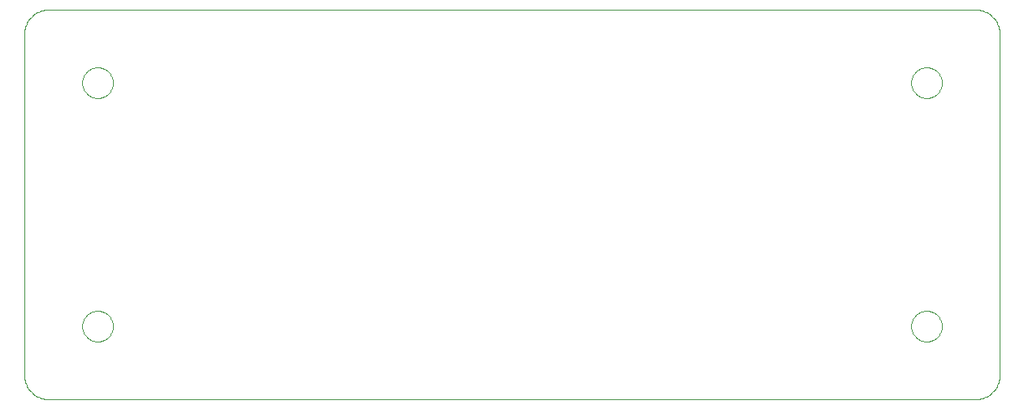
<source format=gko>
G75*
%MOIN*%
%OFA0B0*%
%FSLAX24Y24*%
%IPPOS*%
%LPD*%
%AMOC8*
5,1,8,0,0,1.08239X$1,22.5*
%
%ADD10C,0.0000*%
D10*
X001100Y000100D02*
X039100Y000100D01*
X039160Y000102D01*
X039221Y000107D01*
X039280Y000116D01*
X039339Y000129D01*
X039398Y000145D01*
X039455Y000165D01*
X039510Y000188D01*
X039565Y000215D01*
X039617Y000244D01*
X039668Y000277D01*
X039717Y000313D01*
X039763Y000351D01*
X039807Y000393D01*
X039849Y000437D01*
X039887Y000483D01*
X039923Y000532D01*
X039956Y000583D01*
X039985Y000635D01*
X040012Y000690D01*
X040035Y000745D01*
X040055Y000802D01*
X040071Y000861D01*
X040084Y000920D01*
X040093Y000979D01*
X040098Y001040D01*
X040100Y001100D01*
X040100Y015100D01*
X040098Y015160D01*
X040093Y015221D01*
X040084Y015280D01*
X040071Y015339D01*
X040055Y015398D01*
X040035Y015455D01*
X040012Y015510D01*
X039985Y015565D01*
X039956Y015617D01*
X039923Y015668D01*
X039887Y015717D01*
X039849Y015763D01*
X039807Y015807D01*
X039763Y015849D01*
X039717Y015887D01*
X039668Y015923D01*
X039617Y015956D01*
X039565Y015985D01*
X039510Y016012D01*
X039455Y016035D01*
X039398Y016055D01*
X039339Y016071D01*
X039280Y016084D01*
X039221Y016093D01*
X039160Y016098D01*
X039100Y016100D01*
X001100Y016100D01*
X001040Y016098D01*
X000979Y016093D01*
X000920Y016084D01*
X000861Y016071D01*
X000802Y016055D01*
X000745Y016035D01*
X000690Y016012D01*
X000635Y015985D01*
X000583Y015956D01*
X000532Y015923D01*
X000483Y015887D01*
X000437Y015849D01*
X000393Y015807D01*
X000351Y015763D01*
X000313Y015717D01*
X000277Y015668D01*
X000244Y015617D01*
X000215Y015565D01*
X000188Y015510D01*
X000165Y015455D01*
X000145Y015398D01*
X000129Y015339D01*
X000116Y015280D01*
X000107Y015221D01*
X000102Y015160D01*
X000100Y015100D01*
X000100Y001100D01*
X000102Y001040D01*
X000107Y000979D01*
X000116Y000920D01*
X000129Y000861D01*
X000145Y000802D01*
X000165Y000745D01*
X000188Y000690D01*
X000215Y000635D01*
X000244Y000583D01*
X000277Y000532D01*
X000313Y000483D01*
X000351Y000437D01*
X000393Y000393D01*
X000437Y000351D01*
X000483Y000313D01*
X000532Y000277D01*
X000583Y000244D01*
X000635Y000215D01*
X000690Y000188D01*
X000745Y000165D01*
X000802Y000145D01*
X000861Y000129D01*
X000920Y000116D01*
X000979Y000107D01*
X001040Y000102D01*
X001100Y000100D01*
X002470Y003100D02*
X002472Y003150D01*
X002478Y003200D01*
X002488Y003249D01*
X002502Y003297D01*
X002519Y003344D01*
X002540Y003389D01*
X002565Y003433D01*
X002593Y003474D01*
X002625Y003513D01*
X002659Y003550D01*
X002696Y003584D01*
X002736Y003614D01*
X002778Y003641D01*
X002822Y003665D01*
X002868Y003686D01*
X002915Y003702D01*
X002963Y003715D01*
X003013Y003724D01*
X003062Y003729D01*
X003113Y003730D01*
X003163Y003727D01*
X003212Y003720D01*
X003261Y003709D01*
X003309Y003694D01*
X003355Y003676D01*
X003400Y003654D01*
X003443Y003628D01*
X003484Y003599D01*
X003523Y003567D01*
X003559Y003532D01*
X003591Y003494D01*
X003621Y003454D01*
X003648Y003411D01*
X003671Y003367D01*
X003690Y003321D01*
X003706Y003273D01*
X003718Y003224D01*
X003726Y003175D01*
X003730Y003125D01*
X003730Y003075D01*
X003726Y003025D01*
X003718Y002976D01*
X003706Y002927D01*
X003690Y002879D01*
X003671Y002833D01*
X003648Y002789D01*
X003621Y002746D01*
X003591Y002706D01*
X003559Y002668D01*
X003523Y002633D01*
X003484Y002601D01*
X003443Y002572D01*
X003400Y002546D01*
X003355Y002524D01*
X003309Y002506D01*
X003261Y002491D01*
X003212Y002480D01*
X003163Y002473D01*
X003113Y002470D01*
X003062Y002471D01*
X003013Y002476D01*
X002963Y002485D01*
X002915Y002498D01*
X002868Y002514D01*
X002822Y002535D01*
X002778Y002559D01*
X002736Y002586D01*
X002696Y002616D01*
X002659Y002650D01*
X002625Y002687D01*
X002593Y002726D01*
X002565Y002767D01*
X002540Y002811D01*
X002519Y002856D01*
X002502Y002903D01*
X002488Y002951D01*
X002478Y003000D01*
X002472Y003050D01*
X002470Y003100D01*
X002470Y013100D02*
X002472Y013150D01*
X002478Y013200D01*
X002488Y013249D01*
X002502Y013297D01*
X002519Y013344D01*
X002540Y013389D01*
X002565Y013433D01*
X002593Y013474D01*
X002625Y013513D01*
X002659Y013550D01*
X002696Y013584D01*
X002736Y013614D01*
X002778Y013641D01*
X002822Y013665D01*
X002868Y013686D01*
X002915Y013702D01*
X002963Y013715D01*
X003013Y013724D01*
X003062Y013729D01*
X003113Y013730D01*
X003163Y013727D01*
X003212Y013720D01*
X003261Y013709D01*
X003309Y013694D01*
X003355Y013676D01*
X003400Y013654D01*
X003443Y013628D01*
X003484Y013599D01*
X003523Y013567D01*
X003559Y013532D01*
X003591Y013494D01*
X003621Y013454D01*
X003648Y013411D01*
X003671Y013367D01*
X003690Y013321D01*
X003706Y013273D01*
X003718Y013224D01*
X003726Y013175D01*
X003730Y013125D01*
X003730Y013075D01*
X003726Y013025D01*
X003718Y012976D01*
X003706Y012927D01*
X003690Y012879D01*
X003671Y012833D01*
X003648Y012789D01*
X003621Y012746D01*
X003591Y012706D01*
X003559Y012668D01*
X003523Y012633D01*
X003484Y012601D01*
X003443Y012572D01*
X003400Y012546D01*
X003355Y012524D01*
X003309Y012506D01*
X003261Y012491D01*
X003212Y012480D01*
X003163Y012473D01*
X003113Y012470D01*
X003062Y012471D01*
X003013Y012476D01*
X002963Y012485D01*
X002915Y012498D01*
X002868Y012514D01*
X002822Y012535D01*
X002778Y012559D01*
X002736Y012586D01*
X002696Y012616D01*
X002659Y012650D01*
X002625Y012687D01*
X002593Y012726D01*
X002565Y012767D01*
X002540Y012811D01*
X002519Y012856D01*
X002502Y012903D01*
X002488Y012951D01*
X002478Y013000D01*
X002472Y013050D01*
X002470Y013100D01*
X036470Y013100D02*
X036472Y013150D01*
X036478Y013200D01*
X036488Y013249D01*
X036502Y013297D01*
X036519Y013344D01*
X036540Y013389D01*
X036565Y013433D01*
X036593Y013474D01*
X036625Y013513D01*
X036659Y013550D01*
X036696Y013584D01*
X036736Y013614D01*
X036778Y013641D01*
X036822Y013665D01*
X036868Y013686D01*
X036915Y013702D01*
X036963Y013715D01*
X037013Y013724D01*
X037062Y013729D01*
X037113Y013730D01*
X037163Y013727D01*
X037212Y013720D01*
X037261Y013709D01*
X037309Y013694D01*
X037355Y013676D01*
X037400Y013654D01*
X037443Y013628D01*
X037484Y013599D01*
X037523Y013567D01*
X037559Y013532D01*
X037591Y013494D01*
X037621Y013454D01*
X037648Y013411D01*
X037671Y013367D01*
X037690Y013321D01*
X037706Y013273D01*
X037718Y013224D01*
X037726Y013175D01*
X037730Y013125D01*
X037730Y013075D01*
X037726Y013025D01*
X037718Y012976D01*
X037706Y012927D01*
X037690Y012879D01*
X037671Y012833D01*
X037648Y012789D01*
X037621Y012746D01*
X037591Y012706D01*
X037559Y012668D01*
X037523Y012633D01*
X037484Y012601D01*
X037443Y012572D01*
X037400Y012546D01*
X037355Y012524D01*
X037309Y012506D01*
X037261Y012491D01*
X037212Y012480D01*
X037163Y012473D01*
X037113Y012470D01*
X037062Y012471D01*
X037013Y012476D01*
X036963Y012485D01*
X036915Y012498D01*
X036868Y012514D01*
X036822Y012535D01*
X036778Y012559D01*
X036736Y012586D01*
X036696Y012616D01*
X036659Y012650D01*
X036625Y012687D01*
X036593Y012726D01*
X036565Y012767D01*
X036540Y012811D01*
X036519Y012856D01*
X036502Y012903D01*
X036488Y012951D01*
X036478Y013000D01*
X036472Y013050D01*
X036470Y013100D01*
X036470Y003100D02*
X036472Y003150D01*
X036478Y003200D01*
X036488Y003249D01*
X036502Y003297D01*
X036519Y003344D01*
X036540Y003389D01*
X036565Y003433D01*
X036593Y003474D01*
X036625Y003513D01*
X036659Y003550D01*
X036696Y003584D01*
X036736Y003614D01*
X036778Y003641D01*
X036822Y003665D01*
X036868Y003686D01*
X036915Y003702D01*
X036963Y003715D01*
X037013Y003724D01*
X037062Y003729D01*
X037113Y003730D01*
X037163Y003727D01*
X037212Y003720D01*
X037261Y003709D01*
X037309Y003694D01*
X037355Y003676D01*
X037400Y003654D01*
X037443Y003628D01*
X037484Y003599D01*
X037523Y003567D01*
X037559Y003532D01*
X037591Y003494D01*
X037621Y003454D01*
X037648Y003411D01*
X037671Y003367D01*
X037690Y003321D01*
X037706Y003273D01*
X037718Y003224D01*
X037726Y003175D01*
X037730Y003125D01*
X037730Y003075D01*
X037726Y003025D01*
X037718Y002976D01*
X037706Y002927D01*
X037690Y002879D01*
X037671Y002833D01*
X037648Y002789D01*
X037621Y002746D01*
X037591Y002706D01*
X037559Y002668D01*
X037523Y002633D01*
X037484Y002601D01*
X037443Y002572D01*
X037400Y002546D01*
X037355Y002524D01*
X037309Y002506D01*
X037261Y002491D01*
X037212Y002480D01*
X037163Y002473D01*
X037113Y002470D01*
X037062Y002471D01*
X037013Y002476D01*
X036963Y002485D01*
X036915Y002498D01*
X036868Y002514D01*
X036822Y002535D01*
X036778Y002559D01*
X036736Y002586D01*
X036696Y002616D01*
X036659Y002650D01*
X036625Y002687D01*
X036593Y002726D01*
X036565Y002767D01*
X036540Y002811D01*
X036519Y002856D01*
X036502Y002903D01*
X036488Y002951D01*
X036478Y003000D01*
X036472Y003050D01*
X036470Y003100D01*
M02*

</source>
